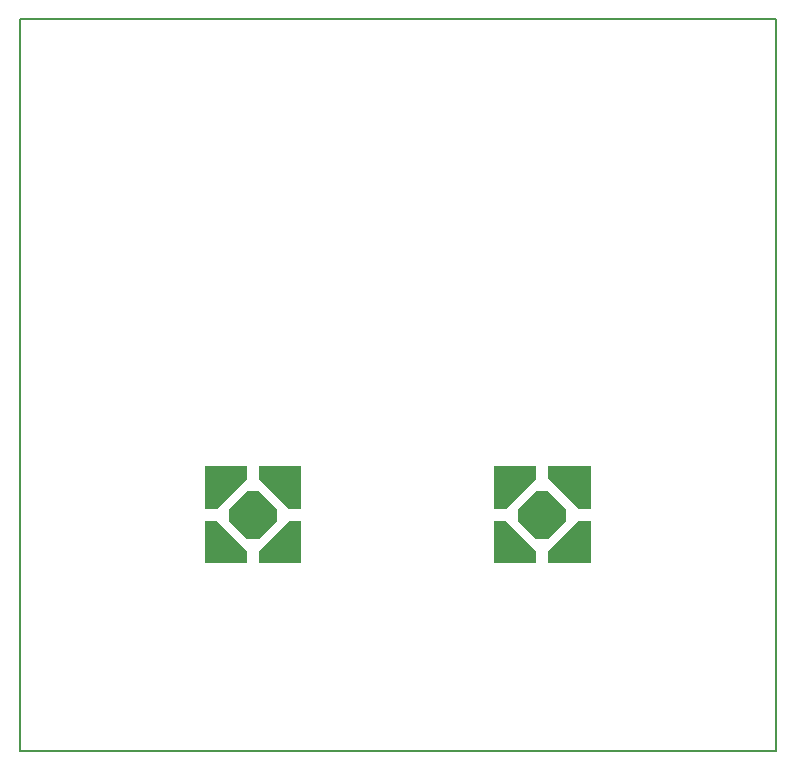
<source format=gbp>
G04*
G04 #@! TF.GenerationSoftware,Altium Limited,Altium Designer,19.1.8 (144)*
G04*
G04 Layer_Color=128*
%FSLAX25Y25*%
%MOIN*%
G70*
G01*
G75*
%ADD10C,0.00500*%
G36*
X93844Y80748D02*
X89828D01*
X79789Y90787D01*
Y94803D01*
X93844D01*
Y80748D01*
D02*
G37*
G36*
X75773Y90787D02*
X65734Y80748D01*
X61718D01*
Y94803D01*
X75773D01*
Y90787D01*
D02*
G37*
G36*
X85812Y80748D02*
Y76732D01*
X79789Y70709D01*
X75773D01*
X69749Y76732D01*
Y80748D01*
X75773Y86772D01*
X79789D01*
X85812Y80748D01*
D02*
G37*
G36*
X93844Y62677D02*
X79789D01*
Y66693D01*
X89828Y76732D01*
X93844D01*
Y62677D01*
D02*
G37*
G36*
X75773Y66693D02*
Y62677D01*
X61718D01*
Y76732D01*
X65734D01*
X75773Y66693D01*
D02*
G37*
G36*
X190301Y80748D02*
X186285D01*
X176245Y90787D01*
Y94803D01*
X190301D01*
Y80748D01*
D02*
G37*
G36*
X172230Y90787D02*
X162190Y80748D01*
X158175D01*
Y94803D01*
X172230D01*
Y90787D01*
D02*
G37*
G36*
X182269Y80748D02*
Y76732D01*
X176245Y70709D01*
X172230D01*
X166206Y76732D01*
Y80748D01*
X172230Y86772D01*
X176245D01*
X182269Y80748D01*
D02*
G37*
G36*
X190301Y62677D02*
X176245D01*
Y66693D01*
X186285Y76732D01*
X190301D01*
Y62677D01*
D02*
G37*
G36*
X172230Y66693D02*
Y62677D01*
X158175D01*
Y76732D01*
X162190D01*
X172230Y66693D01*
D02*
G37*
D10*
X251969Y0D02*
Y244094D01*
X0Y0D02*
X251969D01*
X0Y244094D02*
X251969D01*
X0Y0D02*
Y244094D01*
M02*

</source>
